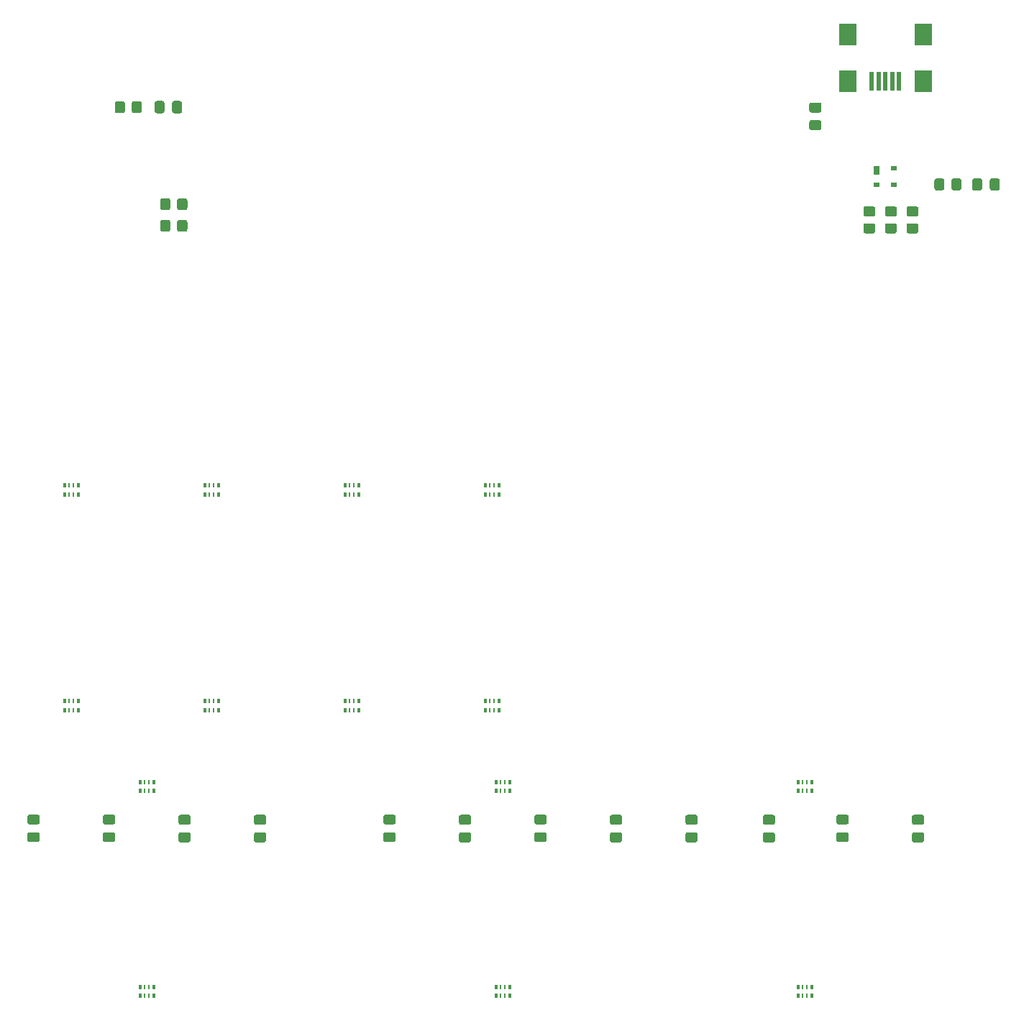
<source format=gtp>
G04 #@! TF.GenerationSoftware,KiCad,Pcbnew,(5.1.8)-1*
G04 #@! TF.CreationDate,2021-01-01T13:05:33+09:00*
G04 #@! TF.ProjectId,mifune_TE0890_local_board,6d696675-6e65-45f5-9445-303839305f6c,0.1*
G04 #@! TF.SameCoordinates,Original*
G04 #@! TF.FileFunction,Paste,Top*
G04 #@! TF.FilePolarity,Positive*
%FSLAX46Y46*%
G04 Gerber Fmt 4.6, Leading zero omitted, Abs format (unit mm)*
G04 Created by KiCad (PCBNEW (5.1.8)-1) date 2021-01-01 13:05:33*
%MOMM*%
%LPD*%
G01*
G04 APERTURE LIST*
%ADD10R,0.700000X1.000000*%
%ADD11R,0.700000X0.600000*%
%ADD12R,0.500000X2.300000*%
%ADD13R,2.000000X2.500000*%
%ADD14R,0.365000X0.613000*%
%ADD15R,0.250000X0.613000*%
G04 APERTURE END LIST*
G36*
G01*
X75115000Y-42070000D02*
X75115000Y-43020000D01*
G75*
G02*
X74865000Y-43270000I-250000J0D01*
G01*
X74190000Y-43270000D01*
G75*
G02*
X73940000Y-43020000I0J250000D01*
G01*
X73940000Y-42070000D01*
G75*
G02*
X74190000Y-41820000I250000J0D01*
G01*
X74865000Y-41820000D01*
G75*
G02*
X75115000Y-42070000I0J-250000D01*
G01*
G37*
G36*
G01*
X77190000Y-42070000D02*
X77190000Y-43020000D01*
G75*
G02*
X76940000Y-43270000I-250000J0D01*
G01*
X76265000Y-43270000D01*
G75*
G02*
X76015000Y-43020000I0J250000D01*
G01*
X76015000Y-42070000D01*
G75*
G02*
X76265000Y-41820000I250000J0D01*
G01*
X76940000Y-41820000D01*
G75*
G02*
X77190000Y-42070000I0J-250000D01*
G01*
G37*
G36*
G01*
X69250000Y-42995001D02*
X69250000Y-42094999D01*
G75*
G02*
X69499999Y-41845000I249999J0D01*
G01*
X70200001Y-41845000D01*
G75*
G02*
X70450000Y-42094999I0J-249999D01*
G01*
X70450000Y-42995001D01*
G75*
G02*
X70200001Y-43245000I-249999J0D01*
G01*
X69499999Y-43245000D01*
G75*
G02*
X69250000Y-42995001I0J249999D01*
G01*
G37*
G36*
G01*
X71250000Y-42995001D02*
X71250000Y-42094999D01*
G75*
G02*
X71499999Y-41845000I249999J0D01*
G01*
X72200001Y-41845000D01*
G75*
G02*
X72450000Y-42094999I0J-249999D01*
G01*
X72450000Y-42995001D01*
G75*
G02*
X72200001Y-43245000I-249999J0D01*
G01*
X71499999Y-43245000D01*
G75*
G02*
X71250000Y-42995001I0J249999D01*
G01*
G37*
G36*
G01*
X151270000Y-42002500D02*
X152220000Y-42002500D01*
G75*
G02*
X152470000Y-42252500I0J-250000D01*
G01*
X152470000Y-42927500D01*
G75*
G02*
X152220000Y-43177500I-250000J0D01*
G01*
X151270000Y-43177500D01*
G75*
G02*
X151020000Y-42927500I0J250000D01*
G01*
X151020000Y-42252500D01*
G75*
G02*
X151270000Y-42002500I250000J0D01*
G01*
G37*
G36*
G01*
X151270000Y-44077500D02*
X152220000Y-44077500D01*
G75*
G02*
X152470000Y-44327500I0J-250000D01*
G01*
X152470000Y-45002500D01*
G75*
G02*
X152220000Y-45252500I-250000J0D01*
G01*
X151270000Y-45252500D01*
G75*
G02*
X151020000Y-45002500I0J250000D01*
G01*
X151020000Y-44327500D01*
G75*
G02*
X151270000Y-44077500I250000J0D01*
G01*
G37*
G36*
G01*
X173457500Y-51175000D02*
X173457500Y-52125000D01*
G75*
G02*
X173207500Y-52375000I-250000J0D01*
G01*
X172532500Y-52375000D01*
G75*
G02*
X172282500Y-52125000I0J250000D01*
G01*
X172282500Y-51175000D01*
G75*
G02*
X172532500Y-50925000I250000J0D01*
G01*
X173207500Y-50925000D01*
G75*
G02*
X173457500Y-51175000I0J-250000D01*
G01*
G37*
G36*
G01*
X171382500Y-51175000D02*
X171382500Y-52125000D01*
G75*
G02*
X171132500Y-52375000I-250000J0D01*
G01*
X170457500Y-52375000D01*
G75*
G02*
X170207500Y-52125000I0J250000D01*
G01*
X170207500Y-51175000D01*
G75*
G02*
X170457500Y-50925000I250000J0D01*
G01*
X171132500Y-50925000D01*
G75*
G02*
X171382500Y-51175000I0J-250000D01*
G01*
G37*
D10*
X158950000Y-49950000D03*
D11*
X158950000Y-51650000D03*
X160950000Y-51650000D03*
X160950000Y-49750000D03*
G36*
G01*
X60165000Y-127036500D02*
X59215000Y-127036500D01*
G75*
G02*
X58965000Y-126786500I0J250000D01*
G01*
X58965000Y-126111500D01*
G75*
G02*
X59215000Y-125861500I250000J0D01*
G01*
X60165000Y-125861500D01*
G75*
G02*
X60415000Y-126111500I0J-250000D01*
G01*
X60415000Y-126786500D01*
G75*
G02*
X60165000Y-127036500I-250000J0D01*
G01*
G37*
G36*
G01*
X60165000Y-129111500D02*
X59215000Y-129111500D01*
G75*
G02*
X58965000Y-128861500I0J250000D01*
G01*
X58965000Y-128186500D01*
G75*
G02*
X59215000Y-127936500I250000J0D01*
G01*
X60165000Y-127936500D01*
G75*
G02*
X60415000Y-128186500I0J-250000D01*
G01*
X60415000Y-128861500D01*
G75*
G02*
X60165000Y-129111500I-250000J0D01*
G01*
G37*
G36*
G01*
X69055000Y-129111500D02*
X68105000Y-129111500D01*
G75*
G02*
X67855000Y-128861500I0J250000D01*
G01*
X67855000Y-128186500D01*
G75*
G02*
X68105000Y-127936500I250000J0D01*
G01*
X69055000Y-127936500D01*
G75*
G02*
X69305000Y-128186500I0J-250000D01*
G01*
X69305000Y-128861500D01*
G75*
G02*
X69055000Y-129111500I-250000J0D01*
G01*
G37*
G36*
G01*
X69055000Y-127036500D02*
X68105000Y-127036500D01*
G75*
G02*
X67855000Y-126786500I0J250000D01*
G01*
X67855000Y-126111500D01*
G75*
G02*
X68105000Y-125861500I250000J0D01*
G01*
X69055000Y-125861500D01*
G75*
G02*
X69305000Y-126111500I0J-250000D01*
G01*
X69305000Y-126786500D01*
G75*
G02*
X69055000Y-127036500I-250000J0D01*
G01*
G37*
G36*
G01*
X77945000Y-127058000D02*
X76995000Y-127058000D01*
G75*
G02*
X76745000Y-126808000I0J250000D01*
G01*
X76745000Y-126133000D01*
G75*
G02*
X76995000Y-125883000I250000J0D01*
G01*
X77945000Y-125883000D01*
G75*
G02*
X78195000Y-126133000I0J-250000D01*
G01*
X78195000Y-126808000D01*
G75*
G02*
X77945000Y-127058000I-250000J0D01*
G01*
G37*
G36*
G01*
X77945000Y-129133000D02*
X76995000Y-129133000D01*
G75*
G02*
X76745000Y-128883000I0J250000D01*
G01*
X76745000Y-128208000D01*
G75*
G02*
X76995000Y-127958000I250000J0D01*
G01*
X77945000Y-127958000D01*
G75*
G02*
X78195000Y-128208000I0J-250000D01*
G01*
X78195000Y-128883000D01*
G75*
G02*
X77945000Y-129133000I-250000J0D01*
G01*
G37*
G36*
G01*
X86835000Y-129133000D02*
X85885000Y-129133000D01*
G75*
G02*
X85635000Y-128883000I0J250000D01*
G01*
X85635000Y-128208000D01*
G75*
G02*
X85885000Y-127958000I250000J0D01*
G01*
X86835000Y-127958000D01*
G75*
G02*
X87085000Y-128208000I0J-250000D01*
G01*
X87085000Y-128883000D01*
G75*
G02*
X86835000Y-129133000I-250000J0D01*
G01*
G37*
G36*
G01*
X86835000Y-127058000D02*
X85885000Y-127058000D01*
G75*
G02*
X85635000Y-126808000I0J250000D01*
G01*
X85635000Y-126133000D01*
G75*
G02*
X85885000Y-125883000I250000J0D01*
G01*
X86835000Y-125883000D01*
G75*
G02*
X87085000Y-126133000I0J-250000D01*
G01*
X87085000Y-126808000D01*
G75*
G02*
X86835000Y-127058000I-250000J0D01*
G01*
G37*
G36*
G01*
X102075000Y-127036500D02*
X101125000Y-127036500D01*
G75*
G02*
X100875000Y-126786500I0J250000D01*
G01*
X100875000Y-126111500D01*
G75*
G02*
X101125000Y-125861500I250000J0D01*
G01*
X102075000Y-125861500D01*
G75*
G02*
X102325000Y-126111500I0J-250000D01*
G01*
X102325000Y-126786500D01*
G75*
G02*
X102075000Y-127036500I-250000J0D01*
G01*
G37*
G36*
G01*
X102075000Y-129111500D02*
X101125000Y-129111500D01*
G75*
G02*
X100875000Y-128861500I0J250000D01*
G01*
X100875000Y-128186500D01*
G75*
G02*
X101125000Y-127936500I250000J0D01*
G01*
X102075000Y-127936500D01*
G75*
G02*
X102325000Y-128186500I0J-250000D01*
G01*
X102325000Y-128861500D01*
G75*
G02*
X102075000Y-129111500I-250000J0D01*
G01*
G37*
G36*
G01*
X110965000Y-129133000D02*
X110015000Y-129133000D01*
G75*
G02*
X109765000Y-128883000I0J250000D01*
G01*
X109765000Y-128208000D01*
G75*
G02*
X110015000Y-127958000I250000J0D01*
G01*
X110965000Y-127958000D01*
G75*
G02*
X111215000Y-128208000I0J-250000D01*
G01*
X111215000Y-128883000D01*
G75*
G02*
X110965000Y-129133000I-250000J0D01*
G01*
G37*
G36*
G01*
X110965000Y-127058000D02*
X110015000Y-127058000D01*
G75*
G02*
X109765000Y-126808000I0J250000D01*
G01*
X109765000Y-126133000D01*
G75*
G02*
X110015000Y-125883000I250000J0D01*
G01*
X110965000Y-125883000D01*
G75*
G02*
X111215000Y-126133000I0J-250000D01*
G01*
X111215000Y-126808000D01*
G75*
G02*
X110965000Y-127058000I-250000J0D01*
G01*
G37*
G36*
G01*
X119855000Y-127036500D02*
X118905000Y-127036500D01*
G75*
G02*
X118655000Y-126786500I0J250000D01*
G01*
X118655000Y-126111500D01*
G75*
G02*
X118905000Y-125861500I250000J0D01*
G01*
X119855000Y-125861500D01*
G75*
G02*
X120105000Y-126111500I0J-250000D01*
G01*
X120105000Y-126786500D01*
G75*
G02*
X119855000Y-127036500I-250000J0D01*
G01*
G37*
G36*
G01*
X119855000Y-129111500D02*
X118905000Y-129111500D01*
G75*
G02*
X118655000Y-128861500I0J250000D01*
G01*
X118655000Y-128186500D01*
G75*
G02*
X118905000Y-127936500I250000J0D01*
G01*
X119855000Y-127936500D01*
G75*
G02*
X120105000Y-128186500I0J-250000D01*
G01*
X120105000Y-128861500D01*
G75*
G02*
X119855000Y-129111500I-250000J0D01*
G01*
G37*
G36*
G01*
X128745000Y-129133000D02*
X127795000Y-129133000D01*
G75*
G02*
X127545000Y-128883000I0J250000D01*
G01*
X127545000Y-128208000D01*
G75*
G02*
X127795000Y-127958000I250000J0D01*
G01*
X128745000Y-127958000D01*
G75*
G02*
X128995000Y-128208000I0J-250000D01*
G01*
X128995000Y-128883000D01*
G75*
G02*
X128745000Y-129133000I-250000J0D01*
G01*
G37*
G36*
G01*
X128745000Y-127058000D02*
X127795000Y-127058000D01*
G75*
G02*
X127545000Y-126808000I0J250000D01*
G01*
X127545000Y-126133000D01*
G75*
G02*
X127795000Y-125883000I250000J0D01*
G01*
X128745000Y-125883000D01*
G75*
G02*
X128995000Y-126133000I0J-250000D01*
G01*
X128995000Y-126808000D01*
G75*
G02*
X128745000Y-127058000I-250000J0D01*
G01*
G37*
G36*
G01*
X137635000Y-127058000D02*
X136685000Y-127058000D01*
G75*
G02*
X136435000Y-126808000I0J250000D01*
G01*
X136435000Y-126133000D01*
G75*
G02*
X136685000Y-125883000I250000J0D01*
G01*
X137635000Y-125883000D01*
G75*
G02*
X137885000Y-126133000I0J-250000D01*
G01*
X137885000Y-126808000D01*
G75*
G02*
X137635000Y-127058000I-250000J0D01*
G01*
G37*
G36*
G01*
X137635000Y-129133000D02*
X136685000Y-129133000D01*
G75*
G02*
X136435000Y-128883000I0J250000D01*
G01*
X136435000Y-128208000D01*
G75*
G02*
X136685000Y-127958000I250000J0D01*
G01*
X137635000Y-127958000D01*
G75*
G02*
X137885000Y-128208000I0J-250000D01*
G01*
X137885000Y-128883000D01*
G75*
G02*
X137635000Y-129133000I-250000J0D01*
G01*
G37*
G36*
G01*
X146757500Y-129133000D02*
X145807500Y-129133000D01*
G75*
G02*
X145557500Y-128883000I0J250000D01*
G01*
X145557500Y-128208000D01*
G75*
G02*
X145807500Y-127958000I250000J0D01*
G01*
X146757500Y-127958000D01*
G75*
G02*
X147007500Y-128208000I0J-250000D01*
G01*
X147007500Y-128883000D01*
G75*
G02*
X146757500Y-129133000I-250000J0D01*
G01*
G37*
G36*
G01*
X146757500Y-127058000D02*
X145807500Y-127058000D01*
G75*
G02*
X145557500Y-126808000I0J250000D01*
G01*
X145557500Y-126133000D01*
G75*
G02*
X145807500Y-125883000I250000J0D01*
G01*
X146757500Y-125883000D01*
G75*
G02*
X147007500Y-126133000I0J-250000D01*
G01*
X147007500Y-126808000D01*
G75*
G02*
X146757500Y-127058000I-250000J0D01*
G01*
G37*
G36*
G01*
X155415000Y-127036500D02*
X154465000Y-127036500D01*
G75*
G02*
X154215000Y-126786500I0J250000D01*
G01*
X154215000Y-126111500D01*
G75*
G02*
X154465000Y-125861500I250000J0D01*
G01*
X155415000Y-125861500D01*
G75*
G02*
X155665000Y-126111500I0J-250000D01*
G01*
X155665000Y-126786500D01*
G75*
G02*
X155415000Y-127036500I-250000J0D01*
G01*
G37*
G36*
G01*
X155415000Y-129111500D02*
X154465000Y-129111500D01*
G75*
G02*
X154215000Y-128861500I0J250000D01*
G01*
X154215000Y-128186500D01*
G75*
G02*
X154465000Y-127936500I250000J0D01*
G01*
X155415000Y-127936500D01*
G75*
G02*
X155665000Y-128186500I0J-250000D01*
G01*
X155665000Y-128861500D01*
G75*
G02*
X155415000Y-129111500I-250000J0D01*
G01*
G37*
G36*
G01*
X164305000Y-129133000D02*
X163355000Y-129133000D01*
G75*
G02*
X163105000Y-128883000I0J250000D01*
G01*
X163105000Y-128208000D01*
G75*
G02*
X163355000Y-127958000I250000J0D01*
G01*
X164305000Y-127958000D01*
G75*
G02*
X164555000Y-128208000I0J-250000D01*
G01*
X164555000Y-128883000D01*
G75*
G02*
X164305000Y-129133000I-250000J0D01*
G01*
G37*
G36*
G01*
X164305000Y-127058000D02*
X163355000Y-127058000D01*
G75*
G02*
X163105000Y-126808000I0J250000D01*
G01*
X163105000Y-126133000D01*
G75*
G02*
X163355000Y-125883000I250000J0D01*
G01*
X164305000Y-125883000D01*
G75*
G02*
X164555000Y-126133000I0J-250000D01*
G01*
X164555000Y-126808000D01*
G75*
G02*
X164305000Y-127058000I-250000J0D01*
G01*
G37*
D12*
X161600000Y-39500000D03*
X160800000Y-39500000D03*
X160000000Y-39500000D03*
X159200000Y-39500000D03*
X158400000Y-39500000D03*
D13*
X164450000Y-39500000D03*
X155550000Y-39500000D03*
X164450000Y-34000000D03*
X155550000Y-34000000D03*
G36*
G01*
X74600000Y-54425001D02*
X74600000Y-53524999D01*
G75*
G02*
X74849999Y-53275000I249999J0D01*
G01*
X75550001Y-53275000D01*
G75*
G02*
X75800000Y-53524999I0J-249999D01*
G01*
X75800000Y-54425001D01*
G75*
G02*
X75550001Y-54675000I-249999J0D01*
G01*
X74849999Y-54675000D01*
G75*
G02*
X74600000Y-54425001I0J249999D01*
G01*
G37*
G36*
G01*
X76600000Y-54425001D02*
X76600000Y-53524999D01*
G75*
G02*
X76849999Y-53275000I249999J0D01*
G01*
X77550001Y-53275000D01*
G75*
G02*
X77800000Y-53524999I0J-249999D01*
G01*
X77800000Y-54425001D01*
G75*
G02*
X77550001Y-54675000I-249999J0D01*
G01*
X76849999Y-54675000D01*
G75*
G02*
X76600000Y-54425001I0J249999D01*
G01*
G37*
G36*
G01*
X76600000Y-56965001D02*
X76600000Y-56064999D01*
G75*
G02*
X76849999Y-55815000I249999J0D01*
G01*
X77550001Y-55815000D01*
G75*
G02*
X77800000Y-56064999I0J-249999D01*
G01*
X77800000Y-56965001D01*
G75*
G02*
X77550001Y-57215000I-249999J0D01*
G01*
X76849999Y-57215000D01*
G75*
G02*
X76600000Y-56965001I0J249999D01*
G01*
G37*
G36*
G01*
X74600000Y-56965001D02*
X74600000Y-56064999D01*
G75*
G02*
X74849999Y-55815000I249999J0D01*
G01*
X75550001Y-55815000D01*
G75*
G02*
X75800000Y-56064999I0J-249999D01*
G01*
X75800000Y-56965001D01*
G75*
G02*
X75550001Y-57215000I-249999J0D01*
G01*
X74849999Y-57215000D01*
G75*
G02*
X74600000Y-56965001I0J249999D01*
G01*
G37*
G36*
G01*
X167750000Y-52100001D02*
X167750000Y-51199999D01*
G75*
G02*
X167999999Y-50950000I249999J0D01*
G01*
X168700001Y-50950000D01*
G75*
G02*
X168950000Y-51199999I0J-249999D01*
G01*
X168950000Y-52100001D01*
G75*
G02*
X168700001Y-52350000I-249999J0D01*
G01*
X167999999Y-52350000D01*
G75*
G02*
X167750000Y-52100001I0J249999D01*
G01*
G37*
G36*
G01*
X165750000Y-52100001D02*
X165750000Y-51199999D01*
G75*
G02*
X165999999Y-50950000I249999J0D01*
G01*
X166700001Y-50950000D01*
G75*
G02*
X166950000Y-51199999I0J-249999D01*
G01*
X166950000Y-52100001D01*
G75*
G02*
X166700001Y-52350000I-249999J0D01*
G01*
X165999999Y-52350000D01*
G75*
G02*
X165750000Y-52100001I0J249999D01*
G01*
G37*
G36*
G01*
X160184999Y-56225000D02*
X161085001Y-56225000D01*
G75*
G02*
X161335000Y-56474999I0J-249999D01*
G01*
X161335000Y-57175001D01*
G75*
G02*
X161085001Y-57425000I-249999J0D01*
G01*
X160184999Y-57425000D01*
G75*
G02*
X159935000Y-57175001I0J249999D01*
G01*
X159935000Y-56474999D01*
G75*
G02*
X160184999Y-56225000I249999J0D01*
G01*
G37*
G36*
G01*
X160184999Y-54225000D02*
X161085001Y-54225000D01*
G75*
G02*
X161335000Y-54474999I0J-249999D01*
G01*
X161335000Y-55175001D01*
G75*
G02*
X161085001Y-55425000I-249999J0D01*
G01*
X160184999Y-55425000D01*
G75*
G02*
X159935000Y-55175001I0J249999D01*
G01*
X159935000Y-54474999D01*
G75*
G02*
X160184999Y-54225000I249999J0D01*
G01*
G37*
G36*
G01*
X163625001Y-57425000D02*
X162724999Y-57425000D01*
G75*
G02*
X162475000Y-57175001I0J249999D01*
G01*
X162475000Y-56474999D01*
G75*
G02*
X162724999Y-56225000I249999J0D01*
G01*
X163625001Y-56225000D01*
G75*
G02*
X163875000Y-56474999I0J-249999D01*
G01*
X163875000Y-57175001D01*
G75*
G02*
X163625001Y-57425000I-249999J0D01*
G01*
G37*
G36*
G01*
X163625001Y-55425000D02*
X162724999Y-55425000D01*
G75*
G02*
X162475000Y-55175001I0J249999D01*
G01*
X162475000Y-54474999D01*
G75*
G02*
X162724999Y-54225000I249999J0D01*
G01*
X163625001Y-54225000D01*
G75*
G02*
X163875000Y-54474999I0J-249999D01*
G01*
X163875000Y-55175001D01*
G75*
G02*
X163625001Y-55425000I-249999J0D01*
G01*
G37*
G36*
G01*
X157644999Y-54225000D02*
X158545001Y-54225000D01*
G75*
G02*
X158795000Y-54474999I0J-249999D01*
G01*
X158795000Y-55175001D01*
G75*
G02*
X158545001Y-55425000I-249999J0D01*
G01*
X157644999Y-55425000D01*
G75*
G02*
X157395000Y-55175001I0J249999D01*
G01*
X157395000Y-54474999D01*
G75*
G02*
X157644999Y-54225000I249999J0D01*
G01*
G37*
G36*
G01*
X157644999Y-56225000D02*
X158545001Y-56225000D01*
G75*
G02*
X158795000Y-56474999I0J-249999D01*
G01*
X158795000Y-57175001D01*
G75*
G02*
X158545001Y-57425000I-249999J0D01*
G01*
X157644999Y-57425000D01*
G75*
G02*
X157395000Y-57175001I0J249999D01*
G01*
X157395000Y-56474999D01*
G75*
G02*
X157644999Y-56225000I249999J0D01*
G01*
G37*
D14*
X72217000Y-146141000D03*
D15*
X72775000Y-146141000D03*
X73275000Y-146141000D03*
D14*
X73833000Y-146141000D03*
X73833000Y-147229000D03*
D15*
X73275000Y-147229000D03*
X72775000Y-147229000D03*
D14*
X72217000Y-147229000D03*
X72217000Y-123099000D03*
D15*
X72775000Y-123099000D03*
X73275000Y-123099000D03*
D14*
X73833000Y-123099000D03*
X73833000Y-122011000D03*
D15*
X73275000Y-122011000D03*
X72775000Y-122011000D03*
D14*
X72217000Y-122011000D03*
X114127000Y-147229000D03*
D15*
X114685000Y-147229000D03*
X115185000Y-147229000D03*
D14*
X115743000Y-147229000D03*
X115743000Y-146141000D03*
D15*
X115185000Y-146141000D03*
X114685000Y-146141000D03*
D14*
X114127000Y-146141000D03*
X114127000Y-123099000D03*
D15*
X114685000Y-123099000D03*
X115185000Y-123099000D03*
D14*
X115743000Y-123099000D03*
X115743000Y-122011000D03*
D15*
X115185000Y-122011000D03*
X114685000Y-122011000D03*
D14*
X114127000Y-122011000D03*
X149687000Y-122011000D03*
D15*
X150245000Y-122011000D03*
X150745000Y-122011000D03*
D14*
X151303000Y-122011000D03*
X151303000Y-123099000D03*
D15*
X150745000Y-123099000D03*
X150245000Y-123099000D03*
D14*
X149687000Y-123099000D03*
X149687000Y-146141000D03*
D15*
X150245000Y-146141000D03*
X150745000Y-146141000D03*
D14*
X151303000Y-146141000D03*
X151303000Y-147229000D03*
D15*
X150745000Y-147229000D03*
X150245000Y-147229000D03*
D14*
X149687000Y-147229000D03*
X112857000Y-112486000D03*
D15*
X113415000Y-112486000D03*
X113915000Y-112486000D03*
D14*
X114473000Y-112486000D03*
X114473000Y-113574000D03*
D15*
X113915000Y-113574000D03*
X113415000Y-113574000D03*
D14*
X112857000Y-113574000D03*
X96347000Y-113574000D03*
D15*
X96905000Y-113574000D03*
X97405000Y-113574000D03*
D14*
X97963000Y-113574000D03*
X97963000Y-112486000D03*
D15*
X97405000Y-112486000D03*
X96905000Y-112486000D03*
D14*
X96347000Y-112486000D03*
X79837000Y-112486000D03*
D15*
X80395000Y-112486000D03*
X80895000Y-112486000D03*
D14*
X81453000Y-112486000D03*
X81453000Y-113574000D03*
D15*
X80895000Y-113574000D03*
X80395000Y-113574000D03*
D14*
X79837000Y-113574000D03*
X63327000Y-113574000D03*
D15*
X63885000Y-113574000D03*
X64385000Y-113574000D03*
D14*
X64943000Y-113574000D03*
X64943000Y-112486000D03*
D15*
X64385000Y-112486000D03*
X63885000Y-112486000D03*
D14*
X63327000Y-112486000D03*
X112857000Y-87086000D03*
D15*
X113415000Y-87086000D03*
X113915000Y-87086000D03*
D14*
X114473000Y-87086000D03*
X114473000Y-88174000D03*
D15*
X113915000Y-88174000D03*
X113415000Y-88174000D03*
D14*
X112857000Y-88174000D03*
X96347000Y-88174000D03*
D15*
X96905000Y-88174000D03*
X97405000Y-88174000D03*
D14*
X97963000Y-88174000D03*
X97963000Y-87086000D03*
D15*
X97405000Y-87086000D03*
X96905000Y-87086000D03*
D14*
X96347000Y-87086000D03*
X79837000Y-87086000D03*
D15*
X80395000Y-87086000D03*
X80895000Y-87086000D03*
D14*
X81453000Y-87086000D03*
X81453000Y-88174000D03*
D15*
X80895000Y-88174000D03*
X80395000Y-88174000D03*
D14*
X79837000Y-88174000D03*
X63327000Y-88174000D03*
D15*
X63885000Y-88174000D03*
X64385000Y-88174000D03*
D14*
X64943000Y-88174000D03*
X64943000Y-87086000D03*
D15*
X64385000Y-87086000D03*
X63885000Y-87086000D03*
D14*
X63327000Y-87086000D03*
M02*

</source>
